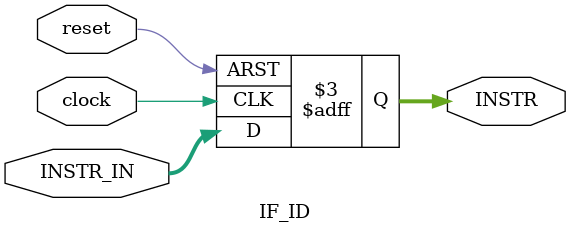
<source format=v>

module IF_ID(
	input wire clock,
	input wire reset,
	input wire [31:0] INSTR_IN, //Instruction out from instruction memory
	output reg [31:0] INSTR);
	
	// Saves value only on rising edge
	always @(posedge clock or posedge reset) begin
		if(reset == 1'b1) begin
			INSTR <= 32'd0; //Back to 0 upon reset
		end else begin
			INSTR <= INSTR_IN;
		end
	end
	
	
endmodule

</source>
